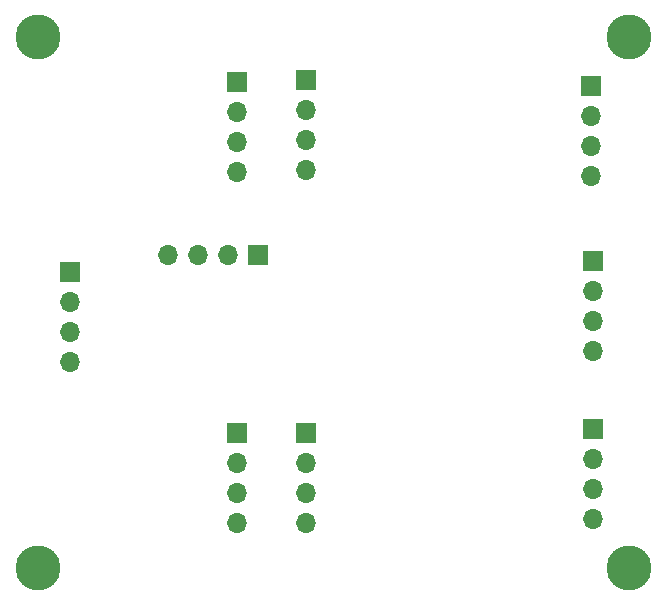
<source format=gbr>
%TF.GenerationSoftware,KiCad,Pcbnew,9.0.0*%
%TF.CreationDate,2025-03-11T14:35:03-07:00*%
%TF.ProjectId,RTW_production_pathfinder_V1,5254575f-7072-46f6-9475-6374696f6e5f,rev?*%
%TF.SameCoordinates,Original*%
%TF.FileFunction,Soldermask,Bot*%
%TF.FilePolarity,Negative*%
%FSLAX46Y46*%
G04 Gerber Fmt 4.6, Leading zero omitted, Abs format (unit mm)*
G04 Created by KiCad (PCBNEW 9.0.0) date 2025-03-11 14:35:03*
%MOMM*%
%LPD*%
G01*
G04 APERTURE LIST*
%ADD10R,1.700000X1.700000*%
%ADD11O,1.700000X1.700000*%
%ADD12C,3.800000*%
G04 APERTURE END LIST*
D10*
%TO.C,J16*%
X133650000Y-99900000D03*
D11*
X133650000Y-102440000D03*
X133650000Y-104980000D03*
X133650000Y-107520000D03*
%TD*%
D10*
%TO.C,J12*%
X149600000Y-98500000D03*
D11*
X147060000Y-98500000D03*
X144520001Y-98500000D03*
X141980000Y-98500000D03*
%TD*%
D10*
%TO.C,J18*%
X147800000Y-83800000D03*
D11*
X147800000Y-86340000D03*
X147800000Y-88880000D03*
X147800000Y-91420000D03*
%TD*%
D10*
%TO.C,J17*%
X147800000Y-113600000D03*
D11*
X147800000Y-116140000D03*
X147800000Y-118680000D03*
X147800000Y-121220000D03*
%TD*%
D10*
%TO.C,J15*%
X177800000Y-84200000D03*
D11*
X177800000Y-86740000D03*
X177800000Y-89280000D03*
X177800000Y-91820000D03*
%TD*%
D10*
%TO.C,J14*%
X178000000Y-113220000D03*
D11*
X178000000Y-115760000D03*
X178000000Y-118300000D03*
X178000000Y-120840000D03*
%TD*%
D10*
%TO.C,J13*%
X178000000Y-98960000D03*
D11*
X178000000Y-101500000D03*
X178000000Y-104040000D03*
X178000000Y-106580000D03*
%TD*%
D10*
%TO.C,J11*%
X153700000Y-113520000D03*
D11*
X153700000Y-116060000D03*
X153700000Y-118600000D03*
X153700000Y-121140000D03*
%TD*%
D10*
%TO.C,J1*%
X153700000Y-83700000D03*
D11*
X153700000Y-86240000D03*
X153700000Y-88780000D03*
X153700000Y-91320000D03*
%TD*%
D12*
%TO.C,H1*%
X181000000Y-80000000D03*
%TD*%
%TO.C,H2*%
X131000000Y-80000000D03*
%TD*%
%TO.C,H4*%
X181000000Y-125000000D03*
%TD*%
%TO.C,H3*%
X131000000Y-125000000D03*
%TD*%
M02*

</source>
